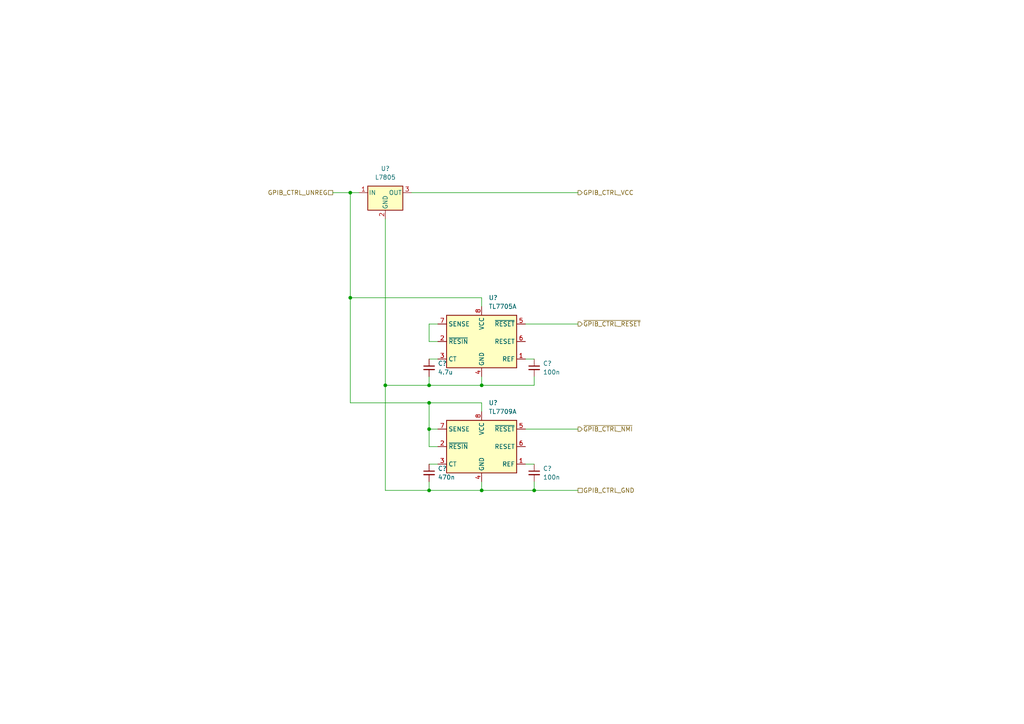
<source format=kicad_sch>
(kicad_sch (version 20211123) (generator eeschema)
  (paper "A4")
  (lib_symbols
    (symbol "Device:C_Small" (pin_numbers hide) (pin_names (offset 0.254) hide)
      (property "Reference" "C" (at 0.254 1.778 0))
      (property "Value" "C_Small" (at 0.254 -2.032 0))
      (symbol "C_Small_0_1"
        (polyline (pts (xy -1.524 -0.508) (xy 1.524 -0.508)) (stroke (width 0.3302)))
        (polyline (pts (xy -1.524 0.508) (xy 1.524 0.508)) (stroke (width 0.3048)))
      )
      (symbol "C_Small_1_1"
        (pin passive line (at 0 2.54 270) (length 2.032) (name "~") (number "1"))
        (pin passive line (at 0 -2.54 90) (length 2.032) (name "~") (number "2"))
      )
    )
    (symbol "Power_Supervisor:TL7705A"
      (property "Reference" "U" (at -8.89 8.89 0))
      (property "Value" "TL7705A" (at 10.16 8.89 0))
      (symbol "TL7705A_0_1"
        (rectangle (start -10.16 7.62) (end 10.16 -7.62) (stroke (width 0.254)) (fill (type background)))
      )
      (symbol "TL7705A_1_1"
        (pin output line (at 12.7 -5.08 180) (length 2.54) (name "REF") (number "1"))
        (pin input line (at -12.7 0 0) (length 2.54) (name "~{RESIN}") (number "2"))
        (pin passive line (at -12.7 -5.08 0) (length 2.54) (name "CT") (number "3"))
        (pin power_in line (at 0 -10.16 90) (length 2.54) (name "GND") (number "4"))
        (pin open_collector line (at 12.7 5.08 180) (length 2.54) (name "~{RESET}") (number "5"))
        (pin open_collector line (at 12.7 0 180) (length 2.54) (name "RESET") (number "6"))
        (pin input line (at -12.7 5.08 0) (length 2.54) (name "SENSE") (number "7"))
        (pin power_in line (at 0 10.16 270) (length 2.54) (name "VCC") (number "8"))
      )
    )
    (symbol "Power_Supervisor:TL7709A"
      (property "Reference" "U" (at -8.89 8.89 0))
      (property "Value" "TL7709A" (at 10.16 8.89 0))
      (symbol "TL7709A_0_1"
        (rectangle (start -10.16 7.62) (end 10.16 -7.62) (stroke (width 0.254)) (fill (type background)))
      )
      (symbol "TL7709A_1_1"
        (pin output line (at 12.7 -5.08 180) (length 2.54) (name "REF") (number "1"))
        (pin input line (at -12.7 0 0) (length 2.54) (name "~{RESIN}") (number "2"))
        (pin passive line (at -12.7 -5.08 0) (length 2.54) (name "CT") (number "3"))
        (pin power_in line (at 0 -10.16 90) (length 2.54) (name "GND") (number "4"))
        (pin open_collector line (at 12.7 5.08 180) (length 2.54) (name "~{RESET}") (number "5"))
        (pin open_collector line (at 12.7 0 180) (length 2.54) (name "RESET") (number "6"))
        (pin input line (at -12.7 5.08 0) (length 2.54) (name "SENSE") (number "7"))
        (pin power_in line (at 0 10.16 270) (length 2.54) (name "VCC") (number "8"))
      )
    )
    (symbol "Regulator_Linear:L7805" (pin_names (offset 0.254))
      (property "Reference" "U" (at -3.81 3.175 0))
      (property "Value" "L7805" (at 0 3.175 0))
      (symbol "L7805_0_1"
        (rectangle (start -5.08 1.905) (end 5.08 -5.08) (stroke (width 0.254)) (fill (type background)))
      )
      (symbol "L7805_1_1"
        (pin power_in line (at -7.62 0 0) (length 2.54) (name "IN") (number "1"))
        (pin power_in line (at 0 -7.62 90) (length 2.54) (name "GND") (number "2"))
        (pin power_out line (at 7.62 0 180) (length 2.54) (name "OUT") (number "3"))
      )
    )
  )
  (junction (at 124.46 142.24))
  (junction (at 124.46 111.76))
  (junction (at 101.6 86.36))
  (junction (at 139.7 111.76))
  (junction (at 154.94 142.24))
  (junction (at 124.46 116.84))
  (junction (at 124.46 124.46))
  (junction (at 101.6 55.88))
  (junction (at 139.7 142.24))
  (junction (at 111.76 111.76))
  (wire (pts (xy 152.4 104.14) (xy 154.94 104.14)))
  (wire (pts (xy 167.64 142.24) (xy 154.94 142.24)))
  (wire (pts (xy 124.46 124.46) (xy 124.46 129.54)))
  (wire (pts (xy 111.76 111.76) (xy 111.76 142.24)))
  (wire (pts (xy 152.4 134.62) (xy 154.94 134.62)))
  (wire (pts (xy 124.46 134.62) (xy 127 134.62)))
  (wire (pts (xy 101.6 55.88) (xy 104.14 55.88)))
  (wire (pts (xy 119.38 55.88) (xy 167.64 55.88)))
  (wire (pts (xy 124.46 99.06) (xy 127 99.06)))
  (wire (pts (xy 154.94 111.76) (xy 139.7 111.76)))
  (wire (pts (xy 101.6 55.88) (xy 101.6 86.36)))
  (wire (pts (xy 139.7 116.84) (xy 139.7 119.38)))
  (wire (pts (xy 139.7 139.7) (xy 139.7 142.24)))
  (wire (pts (xy 167.64 124.46) (xy 152.4 124.46)))
  (wire (pts (xy 101.6 86.36) (xy 101.6 116.84)))
  (wire (pts (xy 124.46 111.76) (xy 139.7 111.76)))
  (wire (pts (xy 111.76 63.5) (xy 111.76 111.76)))
  (wire (pts (xy 127 93.98) (xy 124.46 93.98)))
  (wire (pts (xy 124.46 116.84) (xy 139.7 116.84)))
  (wire (pts (xy 124.46 109.22) (xy 124.46 111.76)))
  (wire (pts (xy 124.46 129.54) (xy 127 129.54)))
  (wire (pts (xy 124.46 139.7) (xy 124.46 142.24)))
  (wire (pts (xy 124.46 104.14) (xy 127 104.14)))
  (wire (pts (xy 96.52 55.88) (xy 101.6 55.88)))
  (wire (pts (xy 139.7 86.36) (xy 139.7 88.9)))
  (wire (pts (xy 154.94 139.7) (xy 154.94 142.24)))
  (wire (pts (xy 124.46 93.98) (xy 124.46 99.06)))
  (wire (pts (xy 154.94 142.24) (xy 139.7 142.24)))
  (wire (pts (xy 167.64 93.98) (xy 152.4 93.98)))
  (wire (pts (xy 111.76 142.24) (xy 124.46 142.24)))
  (wire (pts (xy 101.6 86.36) (xy 139.7 86.36)))
  (wire (pts (xy 127 124.46) (xy 124.46 124.46)))
  (wire (pts (xy 154.94 109.22) (xy 154.94 111.76)))
  (wire (pts (xy 139.7 109.22) (xy 139.7 111.76)))
  (wire (pts (xy 101.6 116.84) (xy 124.46 116.84)))
  (wire (pts (xy 124.46 116.84) (xy 124.46 124.46)))
  (wire (pts (xy 124.46 142.24) (xy 139.7 142.24)))
  (wire (pts (xy 111.76 111.76) (xy 124.46 111.76)))
  (hierarchical_label "~{GPIB_CTRL_RESET}" (shape output) (at 167.64 93.98 0))
  (hierarchical_label "GPIB_CTRL_UNREG" (shape passive) (at 96.52 55.88 180))
  (hierarchical_label "GPIB_CTRL_GND" (shape passive) (at 167.64 142.24 0))
  (hierarchical_label "GPIB_CTRL_VCC" (shape output) (at 167.64 55.88 0))
  (hierarchical_label "~{GPIB_CTRL_NMI}" (shape output) (at 167.64 124.46 0))
  (symbol (lib_id "Power_Supervisor:TL7705A") (at 139.7 99.06 0) (unit 1)
    (property "Reference" "U?" (at 141.7194 86.36 0) (effects (justify left)))
    (property "Value" "TL7705A" (at 141.7194 88.9 0) (effects (justify left)))
    (property "Datasheet" "http://www.ti.com.cn/cn/lit/ds/symlink/tl7705a.pdf" (effects hide))
  )
  (symbol (lib_id "Power_Supervisor:TL7709A") (at 139.7 129.54 0) (unit 1)
    (property "Reference" "U?" (at 141.7194 116.84 0) (effects (justify left)))
    (property "Value" "TL7709A" (at 141.7194 119.38 0) (effects (justify left)))
    (property "Datasheet" "http://www.ti.com.cn/cn/lit/ds/symlink/tl7705a.pdf" (effects hide))
  )
  (symbol (lib_id "Regulator_Linear:L7805") (at 111.76 55.88 0) (unit 1)
    (property "Reference" "U?" (at 111.76 48.895 0))
    (property "Value" "L7805" (at 111.76 51.435 0))
    (property "Datasheet" "http://www.st.com/content/ccc/resource/technical/document/datasheet/41/4f/b3/b0/12/d4/47/88/CD00000444.pdf/files/CD00000444.pdf/jcr:content/translations/en.CD00000444.pdf" (effects hide))
  )
  (symbol (lib_id "Device:C_Small") (at 154.94 137.16 0) (unit 1)
    (property "Reference" "C?" (at 157.48 135.8962 0) (effects (justify left)))
    (property "Value" "100n" (at 157.48 138.4362 0) (effects (justify left)))
  )
  (symbol (lib_id "Device:C_Small") (at 124.46 106.68 0) (unit 1)
    (property "Reference" "C?" (at 127 105.4162 0) (effects (justify left)))
    (property "Value" "4.7u" (at 127 107.9562 0) (effects (justify left)))
  )
  (symbol (lib_id "Device:C_Small") (at 124.46 137.16 0) (unit 1)
    (property "Reference" "C?" (at 127 135.8962 0) (effects (justify left)))
    (property "Value" "470n" (at 127 138.4362 0) (effects (justify left)))
  )
  (symbol (lib_id "Device:C_Small") (at 154.94 106.68 0) (unit 1)
    (property "Reference" "C?" (at 157.48 105.4162 0) (effects (justify left)))
    (property "Value" "100n" (at 157.48 107.9562 0) (effects (justify left)))
  )
)
</source>
